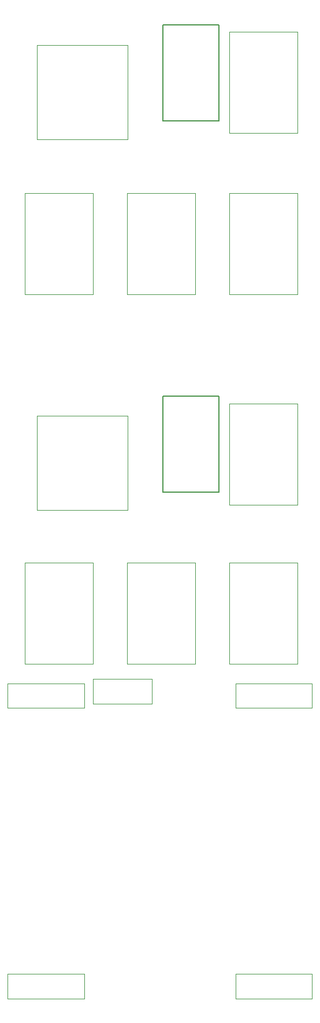
<source format=gbr>
G04 #@! TF.GenerationSoftware,KiCad,Pcbnew,(5.0.1)-4*
G04 #@! TF.CreationDate,2019-03-05T01:37:16-06:00*
G04 #@! TF.ProjectId,vca,7663612E6B696361645F706362000000,rev?*
G04 #@! TF.SameCoordinates,Original*
G04 #@! TF.FileFunction,Other,User*
%FSLAX46Y46*%
G04 Gerber Fmt 4.6, Leading zero omitted, Abs format (unit mm)*
G04 Created by KiCad (PCBNEW (5.0.1)-4) date 3/5/2019 1:37:16*
%MOMM*%
%LPD*%
G01*
G04 APERTURE LIST*
%ADD10C,0.050000*%
%ADD11C,0.150000*%
G04 APERTURE END LIST*
D10*
G04 #@! TO.C,RV10*
X125079000Y-93818000D02*
X111779000Y-93818000D01*
X111779000Y-93818000D02*
X111779000Y-80018000D01*
X111779000Y-80018000D02*
X125079000Y-80018000D01*
X125079000Y-80018000D02*
X125079000Y-93818000D01*
G04 #@! TO.C,RV32*
X125079000Y-39589000D02*
X111779000Y-39589000D01*
X111779000Y-39589000D02*
X111779000Y-25789000D01*
X111779000Y-25789000D02*
X125079000Y-25789000D01*
X125079000Y-25789000D02*
X125079000Y-39589000D01*
D11*
G04 #@! TO.C,SW2*
X138458800Y-36813400D02*
X130229200Y-36813400D01*
X130229200Y-22792600D02*
X130229200Y-36813400D01*
X138458800Y-22792600D02*
X138458800Y-36813400D01*
X138458800Y-22792600D02*
X130229200Y-22792600D01*
G04 #@! TO.C,SW1*
X138458800Y-91169400D02*
X130229200Y-91169400D01*
X130229200Y-77148600D02*
X130229200Y-91169400D01*
X138458800Y-77148600D02*
X138458800Y-91169400D01*
X138458800Y-77148600D02*
X130229200Y-77148600D01*
D10*
G04 #@! TO.C,J3*
X140012000Y-101516000D02*
X140012000Y-116346000D01*
X150012000Y-101516000D02*
X150012000Y-116346000D01*
X150012000Y-101516000D02*
X140012000Y-101516000D01*
X150012000Y-116346000D02*
X140012000Y-116346000D01*
G04 #@! TO.C,J2*
X125026000Y-101516000D02*
X125026000Y-116346000D01*
X135026000Y-101516000D02*
X135026000Y-116346000D01*
X135026000Y-101516000D02*
X125026000Y-101516000D01*
X135026000Y-116346000D02*
X125026000Y-116346000D01*
G04 #@! TO.C,J1*
X110040000Y-101516000D02*
X110040000Y-116346000D01*
X120040000Y-101516000D02*
X120040000Y-116346000D01*
X120040000Y-101516000D02*
X110040000Y-101516000D01*
X120040000Y-116346000D02*
X110040000Y-116346000D01*
G04 #@! TO.C,J4*
X150012000Y-93091000D02*
X150012000Y-78261000D01*
X140012000Y-93091000D02*
X140012000Y-78261000D01*
X140012000Y-93091000D02*
X150012000Y-93091000D01*
X140012000Y-78261000D02*
X150012000Y-78261000D01*
G04 #@! TO.C,J8*
X150012000Y-38608000D02*
X150012000Y-23778000D01*
X140012000Y-38608000D02*
X140012000Y-23778000D01*
X140012000Y-38608000D02*
X150012000Y-38608000D01*
X140012000Y-23778000D02*
X150012000Y-23778000D01*
G04 #@! TO.C,J7*
X140012000Y-47414000D02*
X140012000Y-62244000D01*
X150012000Y-47414000D02*
X150012000Y-62244000D01*
X150012000Y-47414000D02*
X140012000Y-47414000D01*
X150012000Y-62244000D02*
X140012000Y-62244000D01*
G04 #@! TO.C,J6*
X125026000Y-47414000D02*
X125026000Y-62244000D01*
X135026000Y-47414000D02*
X135026000Y-62244000D01*
X135026000Y-47414000D02*
X125026000Y-47414000D01*
X135026000Y-62244000D02*
X125026000Y-62244000D01*
G04 #@! TO.C,J5*
X110040000Y-47414000D02*
X110040000Y-62244000D01*
X120040000Y-47414000D02*
X120040000Y-62244000D01*
X120040000Y-47414000D02*
X110040000Y-47414000D01*
X120040000Y-62244000D02*
X110040000Y-62244000D01*
G04 #@! TO.C,JP1*
X128651000Y-118554000D02*
X128651000Y-122154000D01*
X120001000Y-118554000D02*
X128651000Y-118554000D01*
X120001000Y-122154000D02*
X120001000Y-118554000D01*
X128651000Y-122154000D02*
X120001000Y-122154000D01*
G04 #@! TO.C,JP3*
X107525000Y-165334000D02*
X107525000Y-161734000D01*
X118725000Y-165334000D02*
X107525000Y-165334000D01*
X118725000Y-161734000D02*
X118725000Y-165334000D01*
X107525000Y-161734000D02*
X118725000Y-161734000D01*
G04 #@! TO.C,JP5*
X140926000Y-122789000D02*
X140926000Y-119189000D01*
X152126000Y-122789000D02*
X140926000Y-122789000D01*
X152126000Y-119189000D02*
X152126000Y-122789000D01*
X140926000Y-119189000D02*
X152126000Y-119189000D01*
G04 #@! TO.C,JP7*
X140926000Y-165334000D02*
X140926000Y-161734000D01*
X152126000Y-165334000D02*
X140926000Y-165334000D01*
X152126000Y-161734000D02*
X152126000Y-165334000D01*
X140926000Y-161734000D02*
X152126000Y-161734000D01*
G04 #@! TO.C,JP9*
X107525000Y-122789000D02*
X107525000Y-119189000D01*
X118725000Y-122789000D02*
X107525000Y-122789000D01*
X118725000Y-119189000D02*
X118725000Y-122789000D01*
X107525000Y-119189000D02*
X118725000Y-119189000D01*
G04 #@! TD*
M02*

</source>
